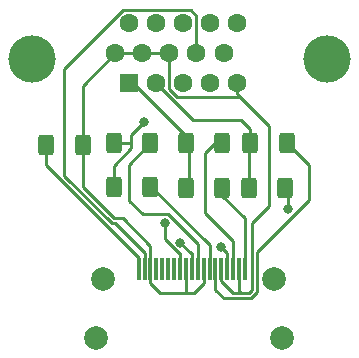
<source format=gtl>
G04 #@! TF.GenerationSoftware,KiCad,Pcbnew,(6.0.0)*
G04 #@! TF.CreationDate,2022-02-22T23:34:22+01:00*
G04 #@! TF.ProjectId,VGADIRECTO,56474144-4952-4454-9354-4f2e6b696361,rev?*
G04 #@! TF.SameCoordinates,Original*
G04 #@! TF.FileFunction,Copper,L1,Top*
G04 #@! TF.FilePolarity,Positive*
%FSLAX46Y46*%
G04 Gerber Fmt 4.6, Leading zero omitted, Abs format (unit mm)*
G04 Created by KiCad (PCBNEW (6.0.0)) date 2022-02-22 23:34:22*
%MOMM*%
%LPD*%
G01*
G04 APERTURE LIST*
G04 Aperture macros list*
%AMRoundRect*
0 Rectangle with rounded corners*
0 $1 Rounding radius*
0 $2 $3 $4 $5 $6 $7 $8 $9 X,Y pos of 4 corners*
0 Add a 4 corners polygon primitive as box body*
4,1,4,$2,$3,$4,$5,$6,$7,$8,$9,$2,$3,0*
0 Add four circle primitives for the rounded corners*
1,1,$1+$1,$2,$3*
1,1,$1+$1,$4,$5*
1,1,$1+$1,$6,$7*
1,1,$1+$1,$8,$9*
0 Add four rect primitives between the rounded corners*
20,1,$1+$1,$2,$3,$4,$5,0*
20,1,$1+$1,$4,$5,$6,$7,0*
20,1,$1+$1,$6,$7,$8,$9,0*
20,1,$1+$1,$8,$9,$2,$3,0*%
G04 Aperture macros list end*
G04 #@! TA.AperFunction,ComponentPad*
%ADD10C,4.000000*%
G04 #@! TD*
G04 #@! TA.AperFunction,ComponentPad*
%ADD11R,1.600000X1.600000*%
G04 #@! TD*
G04 #@! TA.AperFunction,ComponentPad*
%ADD12C,1.600000*%
G04 #@! TD*
G04 #@! TA.AperFunction,SMDPad,CuDef*
%ADD13RoundRect,0.250000X-0.400000X-0.625000X0.400000X-0.625000X0.400000X0.625000X-0.400000X0.625000X0*%
G04 #@! TD*
G04 #@! TA.AperFunction,ComponentPad*
%ADD14C,2.000000*%
G04 #@! TD*
G04 #@! TA.AperFunction,SMDPad,CuDef*
%ADD15R,0.300000X1.900000*%
G04 #@! TD*
G04 #@! TA.AperFunction,ViaPad*
%ADD16C,0.800000*%
G04 #@! TD*
G04 #@! TA.AperFunction,Conductor*
%ADD17C,0.250000*%
G04 #@! TD*
G04 APERTURE END LIST*
D10*
X186995000Y-81770000D03*
X161995000Y-81770000D03*
D11*
X170180000Y-83820000D03*
D12*
X172470000Y-83820000D03*
X174760000Y-83820000D03*
X177050000Y-83820000D03*
X179340000Y-83820000D03*
X169035000Y-81280000D03*
X171325000Y-81280000D03*
X173615000Y-81280000D03*
X175905000Y-81280000D03*
X178195000Y-81280000D03*
X170180000Y-78740000D03*
X172470000Y-78740000D03*
X174760000Y-78740000D03*
X177050000Y-78740000D03*
X179340000Y-78740000D03*
D13*
X163169000Y-89027000D03*
X166269000Y-89027000D03*
X174980000Y-92710000D03*
X178080000Y-92710000D03*
X174980000Y-88900000D03*
X178080000Y-88900000D03*
X180314000Y-92710000D03*
X183414000Y-92710000D03*
X180441000Y-88900000D03*
X183541000Y-88900000D03*
X168884000Y-92583000D03*
X171984000Y-92583000D03*
X168884000Y-88900000D03*
X171984000Y-88900000D03*
D14*
X183109999Y-105370000D03*
X167410002Y-105370000D03*
X182510000Y-100420000D03*
X168010000Y-100420000D03*
D15*
X171010000Y-99520000D03*
X171510000Y-99520000D03*
X172010000Y-99520000D03*
X172510000Y-99520000D03*
X173010000Y-99520000D03*
X173510000Y-99520000D03*
X174010000Y-99520000D03*
X174510000Y-99520000D03*
X175010000Y-99520000D03*
X175510000Y-99520000D03*
X176010000Y-99520000D03*
X176510000Y-99520000D03*
X177010000Y-99520000D03*
X177510000Y-99520000D03*
X178010000Y-99520000D03*
X178510000Y-99520000D03*
X179010000Y-99520000D03*
X179510000Y-99520000D03*
X180010000Y-99520000D03*
D16*
X183642000Y-94488000D03*
X178003600Y-97708900D03*
X174544400Y-97335000D03*
X173223000Y-95663500D03*
X171450000Y-87122000D03*
D17*
X168911436Y-95250000D02*
X166269000Y-92607564D01*
X172010000Y-99520000D02*
X172010000Y-97607631D01*
X166269000Y-92607564D02*
X166269000Y-89027000D01*
X172010000Y-97607631D02*
X169652369Y-95250000D01*
X169652369Y-95250000D02*
X168911436Y-95250000D01*
X168884000Y-90831000D02*
X168884000Y-92583000D01*
X170394500Y-89320500D02*
X168884000Y-90831000D01*
X170394500Y-88900000D02*
X170394500Y-89320500D01*
X185420000Y-90779000D02*
X183541000Y-88900000D01*
X185420000Y-93734614D02*
X185420000Y-90779000D01*
X181046920Y-101528797D02*
X181046920Y-98107694D01*
X178249520Y-102049520D02*
X180526198Y-102049520D01*
X181046920Y-98107694D02*
X185420000Y-93734614D01*
X177510000Y-99520000D02*
X177510000Y-101310000D01*
X177510000Y-101310000D02*
X178249520Y-102049520D01*
X180526198Y-102049520D02*
X181046920Y-101528797D01*
X180597400Y-101342600D02*
X180597400Y-95683500D01*
X180597400Y-95683500D02*
X182066300Y-94214600D01*
X180340000Y-101600000D02*
X180597400Y-101342600D01*
X179692350Y-101600000D02*
X180340000Y-101600000D01*
X182066300Y-94214600D02*
X182066300Y-87451300D01*
X179510000Y-101417650D02*
X179692350Y-101600000D01*
X179510000Y-99520000D02*
X179510000Y-101417650D01*
X182066300Y-87451300D02*
X179768500Y-85153500D01*
X178010000Y-100580100D02*
X178010000Y-99520000D01*
X179029900Y-101600000D02*
X178010000Y-100580100D01*
X179510000Y-101600000D02*
X179029900Y-101600000D01*
X172840978Y-101600000D02*
X175010000Y-101600000D01*
X172010000Y-100769022D02*
X172840978Y-101600000D01*
X175010000Y-101600000D02*
X175010000Y-99520000D01*
X172010000Y-99520000D02*
X172010000Y-100769022D01*
X175679022Y-101600000D02*
X175010000Y-101600000D01*
X176510000Y-99520000D02*
X176510000Y-100769022D01*
X176510000Y-100769022D02*
X175679022Y-101600000D01*
X175905000Y-78115000D02*
X175905000Y-81280000D01*
X164719000Y-82610700D02*
X169714211Y-77615489D01*
X175405489Y-77615489D02*
X175905000Y-78115000D01*
X164719000Y-91693282D02*
X164719000Y-82610700D01*
X168725238Y-95699520D02*
X164719000Y-91693282D01*
X169042379Y-95699520D02*
X168725238Y-95699520D01*
X169714211Y-77615489D02*
X175405489Y-77615489D01*
X171510000Y-99520000D02*
X171510000Y-98167141D01*
X171510000Y-98167141D02*
X169042379Y-95699520D01*
X163169000Y-90779000D02*
X171010000Y-98620000D01*
X171010000Y-98620000D02*
X171010000Y-99520000D01*
X163169000Y-89027000D02*
X163169000Y-90779000D01*
X179697200Y-86936700D02*
X175586700Y-86936700D01*
X175586700Y-86936700D02*
X172470000Y-83820000D01*
X180441000Y-87680500D02*
X179697200Y-86936700D01*
X180441000Y-88900000D02*
X180441000Y-87680500D01*
X173523103Y-94938989D02*
X176010000Y-97425886D01*
X170180000Y-93772962D02*
X171346027Y-94938989D01*
X176010000Y-97425886D02*
X176010000Y-99520000D01*
X170180000Y-90724500D02*
X170180000Y-93772962D01*
X171346027Y-94938989D02*
X173523103Y-94938989D01*
X172004500Y-88900000D02*
X170180000Y-90724500D01*
X178080000Y-93347500D02*
X180010000Y-95277500D01*
X180010000Y-95277500D02*
X180010000Y-99520000D01*
X178080000Y-92710000D02*
X178080000Y-93347500D01*
X176628800Y-94777500D02*
X176628800Y-89713700D01*
X177442500Y-88900000D02*
X178080000Y-88900000D01*
X179010000Y-97158700D02*
X176628800Y-94777500D01*
X176628800Y-89713700D02*
X177442500Y-88900000D01*
X179010000Y-99520000D02*
X179010000Y-97158700D01*
X174292700Y-85005800D02*
X173615000Y-84328100D01*
X169035000Y-81280000D02*
X171325000Y-81280000D01*
X166269000Y-84046000D02*
X169035000Y-81280000D01*
X173615000Y-81280000D02*
X171325000Y-81280000D01*
X179620800Y-85005800D02*
X174292700Y-85005800D01*
X166269000Y-89027000D02*
X166269000Y-84046000D01*
X179768500Y-85153500D02*
X179620800Y-85005800D01*
X179340000Y-83820000D02*
X179340000Y-84725000D01*
X173615000Y-84328100D02*
X173615000Y-81840000D01*
X179340000Y-84725000D02*
X179768500Y-85153500D01*
X177010000Y-99520000D02*
X177010000Y-97501882D01*
X172091118Y-92583000D02*
X171984000Y-92583000D01*
X177010000Y-97501882D02*
X172091118Y-92583000D01*
X178510000Y-99520000D02*
X178510000Y-98215300D01*
X183642000Y-92938000D02*
X183414000Y-92710000D01*
X178510000Y-98215300D02*
X178003600Y-97708900D01*
X183642000Y-94488000D02*
X183642000Y-92938000D01*
X174544400Y-97335000D02*
X175454100Y-98244700D01*
X175510000Y-99520000D02*
X175510000Y-98244700D01*
X175454100Y-98244700D02*
X175510000Y-98244700D01*
X174428400Y-98244700D02*
X174510000Y-98244700D01*
X173223000Y-97039300D02*
X174428400Y-98244700D01*
X174510000Y-99520000D02*
X174510000Y-98244700D01*
X173223000Y-95663500D02*
X173223000Y-97039300D01*
X170537500Y-83820000D02*
X170180000Y-83820000D01*
X175260000Y-88542500D02*
X170537500Y-83820000D01*
X174980000Y-92710000D02*
X175260000Y-92430000D01*
X175260000Y-92430000D02*
X175260000Y-88542500D01*
X180314000Y-92710000D02*
X180314000Y-89027000D01*
X180314000Y-89027000D02*
X180441000Y-88900000D01*
X168884000Y-88900000D02*
X170394500Y-88900000D01*
X170394500Y-88177500D02*
X170394500Y-88900000D01*
X171450000Y-87122000D02*
X170394500Y-88177500D01*
M02*

</source>
